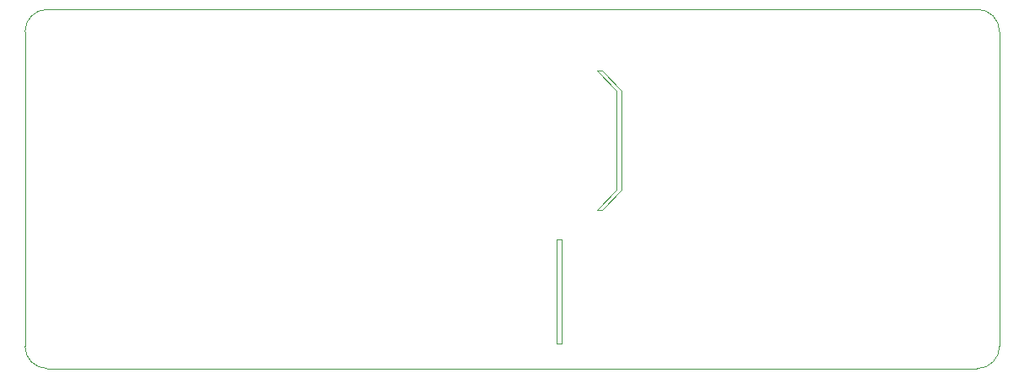
<source format=gbr>
%TF.GenerationSoftware,KiCad,Pcbnew,7.0.7-7.0.7~ubuntu22.04.1*%
%TF.CreationDate,2024-01-12T18:41:48+05:30*%
%TF.ProjectId,electronic-limit-sw,656c6563-7472-46f6-9e69-632d6c696d69,1.0.0*%
%TF.SameCoordinates,Original*%
%TF.FileFunction,Profile,NP*%
%FSLAX46Y46*%
G04 Gerber Fmt 4.6, Leading zero omitted, Abs format (unit mm)*
G04 Created by KiCad (PCBNEW 7.0.7-7.0.7~ubuntu22.04.1) date 2024-01-12 18:41:48*
%MOMM*%
%LPD*%
G01*
G04 APERTURE LIST*
%TA.AperFunction,Profile*%
%ADD10C,0.100000*%
%TD*%
G04 APERTURE END LIST*
D10*
X147000000Y-97500000D02*
X146500000Y-97500000D01*
X149000000Y-95500000D02*
X149000000Y-85500000D01*
X147000000Y-83500000D02*
X146500000Y-83500000D01*
X147000000Y-83500000D02*
X149000000Y-85500000D01*
X91250000Y-77300000D02*
X184750000Y-77300000D01*
X143000000Y-100500000D02*
X142500000Y-100500000D01*
X142500000Y-111000000D02*
X143000000Y-111000000D01*
X149000000Y-95500000D02*
X147000000Y-97500000D01*
X143000000Y-111000000D02*
X143000000Y-100500000D01*
X184750000Y-113500000D02*
X91250000Y-113500000D01*
X142500000Y-100500000D02*
X142500000Y-111000000D01*
X89000000Y-111250000D02*
X89000000Y-79550000D01*
X146500000Y-83500000D02*
X148500000Y-85500000D01*
X148500000Y-85500000D02*
X148500000Y-95500000D01*
X187000000Y-79550000D02*
G75*
G03*
X184750000Y-77300000I-2250000J0D01*
G01*
X187000000Y-79550000D02*
X187000000Y-111250000D01*
X148500000Y-95500000D02*
X146500000Y-97500000D01*
X89000000Y-111250000D02*
G75*
G03*
X91250000Y-113500000I2250000J0D01*
G01*
X91250000Y-77300000D02*
G75*
G03*
X89000000Y-79550000I0J-2250000D01*
G01*
X184750000Y-113500000D02*
G75*
G03*
X187000000Y-111250000I0J2250000D01*
G01*
M02*

</source>
